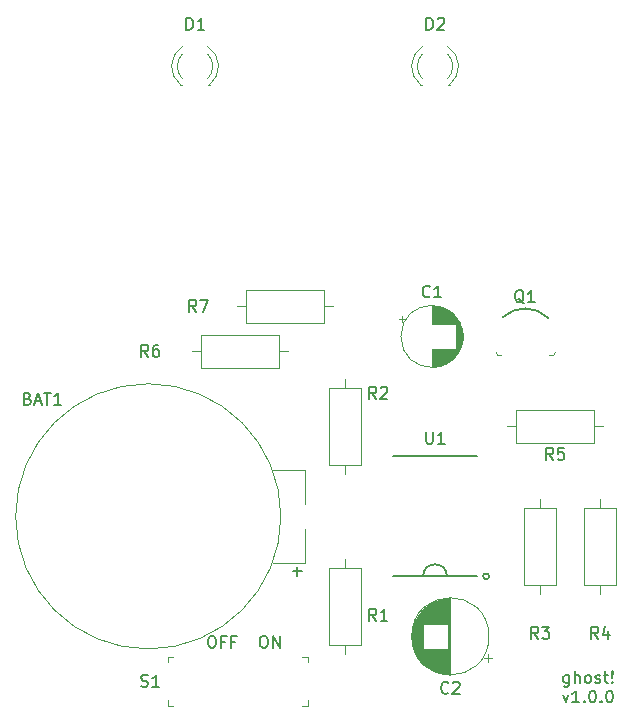
<source format=gto>
G04 #@! TF.GenerationSoftware,KiCad,Pcbnew,(5.1.5-0-10_14)*
G04 #@! TF.CreationDate,2019-12-18T22:01:42+01:00*
G04 #@! TF.ProjectId,ghost,67686f73-742e-46b6-9963-61645f706362,v1.0.0*
G04 #@! TF.SameCoordinates,Original*
G04 #@! TF.FileFunction,Legend,Top*
G04 #@! TF.FilePolarity,Positive*
%FSLAX46Y46*%
G04 Gerber Fmt 4.6, Leading zero omitted, Abs format (unit mm)*
G04 Created by KiCad (PCBNEW (5.1.5-0-10_14)) date 2019-12-18 22:01:42*
%MOMM*%
%LPD*%
G04 APERTURE LIST*
%ADD10C,0.150000*%
%ADD11C,0.100000*%
%ADD12C,0.120000*%
%ADD13C,0.203200*%
G04 APERTURE END LIST*
D10*
X175164952Y-122658714D02*
X175164952Y-123468238D01*
X175117333Y-123563476D01*
X175069714Y-123611095D01*
X174974476Y-123658714D01*
X174831619Y-123658714D01*
X174736380Y-123611095D01*
X175164952Y-123277761D02*
X175069714Y-123325380D01*
X174879238Y-123325380D01*
X174784000Y-123277761D01*
X174736380Y-123230142D01*
X174688761Y-123134904D01*
X174688761Y-122849190D01*
X174736380Y-122753952D01*
X174784000Y-122706333D01*
X174879238Y-122658714D01*
X175069714Y-122658714D01*
X175164952Y-122706333D01*
X175641142Y-123325380D02*
X175641142Y-122325380D01*
X176069714Y-123325380D02*
X176069714Y-122801571D01*
X176022095Y-122706333D01*
X175926857Y-122658714D01*
X175784000Y-122658714D01*
X175688761Y-122706333D01*
X175641142Y-122753952D01*
X176688761Y-123325380D02*
X176593523Y-123277761D01*
X176545904Y-123230142D01*
X176498285Y-123134904D01*
X176498285Y-122849190D01*
X176545904Y-122753952D01*
X176593523Y-122706333D01*
X176688761Y-122658714D01*
X176831619Y-122658714D01*
X176926857Y-122706333D01*
X176974476Y-122753952D01*
X177022095Y-122849190D01*
X177022095Y-123134904D01*
X176974476Y-123230142D01*
X176926857Y-123277761D01*
X176831619Y-123325380D01*
X176688761Y-123325380D01*
X177403047Y-123277761D02*
X177498285Y-123325380D01*
X177688761Y-123325380D01*
X177784000Y-123277761D01*
X177831619Y-123182523D01*
X177831619Y-123134904D01*
X177784000Y-123039666D01*
X177688761Y-122992047D01*
X177545904Y-122992047D01*
X177450666Y-122944428D01*
X177403047Y-122849190D01*
X177403047Y-122801571D01*
X177450666Y-122706333D01*
X177545904Y-122658714D01*
X177688761Y-122658714D01*
X177784000Y-122706333D01*
X178117333Y-122658714D02*
X178498285Y-122658714D01*
X178260190Y-122325380D02*
X178260190Y-123182523D01*
X178307809Y-123277761D01*
X178403047Y-123325380D01*
X178498285Y-123325380D01*
X178831619Y-123230142D02*
X178879238Y-123277761D01*
X178831619Y-123325380D01*
X178784000Y-123277761D01*
X178831619Y-123230142D01*
X178831619Y-123325380D01*
X178831619Y-122944428D02*
X178784000Y-122373000D01*
X178831619Y-122325380D01*
X178879238Y-122373000D01*
X178831619Y-122944428D01*
X178831619Y-122325380D01*
X174641142Y-124308714D02*
X174879238Y-124975380D01*
X175117333Y-124308714D01*
X176022095Y-124975380D02*
X175450666Y-124975380D01*
X175736380Y-124975380D02*
X175736380Y-123975380D01*
X175641142Y-124118238D01*
X175545904Y-124213476D01*
X175450666Y-124261095D01*
X176450666Y-124880142D02*
X176498285Y-124927761D01*
X176450666Y-124975380D01*
X176403047Y-124927761D01*
X176450666Y-124880142D01*
X176450666Y-124975380D01*
X177117333Y-123975380D02*
X177212571Y-123975380D01*
X177307809Y-124023000D01*
X177355428Y-124070619D01*
X177403047Y-124165857D01*
X177450666Y-124356333D01*
X177450666Y-124594428D01*
X177403047Y-124784904D01*
X177355428Y-124880142D01*
X177307809Y-124927761D01*
X177212571Y-124975380D01*
X177117333Y-124975380D01*
X177022095Y-124927761D01*
X176974476Y-124880142D01*
X176926857Y-124784904D01*
X176879238Y-124594428D01*
X176879238Y-124356333D01*
X176926857Y-124165857D01*
X176974476Y-124070619D01*
X177022095Y-124023000D01*
X177117333Y-123975380D01*
X177879238Y-124880142D02*
X177926857Y-124927761D01*
X177879238Y-124975380D01*
X177831619Y-124927761D01*
X177879238Y-124880142D01*
X177879238Y-124975380D01*
X178545904Y-123975380D02*
X178641142Y-123975380D01*
X178736380Y-124023000D01*
X178784000Y-124070619D01*
X178831619Y-124165857D01*
X178879238Y-124356333D01*
X178879238Y-124594428D01*
X178831619Y-124784904D01*
X178784000Y-124880142D01*
X178736380Y-124927761D01*
X178641142Y-124975380D01*
X178545904Y-124975380D01*
X178450666Y-124927761D01*
X178403047Y-124880142D01*
X178355428Y-124784904D01*
X178307809Y-124594428D01*
X178307809Y-124356333D01*
X178355428Y-124165857D01*
X178403047Y-124070619D01*
X178450666Y-124023000D01*
X178545904Y-123975380D01*
X144843619Y-119340380D02*
X145034095Y-119340380D01*
X145129333Y-119388000D01*
X145224571Y-119483238D01*
X145272190Y-119673714D01*
X145272190Y-120007047D01*
X145224571Y-120197523D01*
X145129333Y-120292761D01*
X145034095Y-120340380D01*
X144843619Y-120340380D01*
X144748380Y-120292761D01*
X144653142Y-120197523D01*
X144605523Y-120007047D01*
X144605523Y-119673714D01*
X144653142Y-119483238D01*
X144748380Y-119388000D01*
X144843619Y-119340380D01*
X146034095Y-119816571D02*
X145700761Y-119816571D01*
X145700761Y-120340380D02*
X145700761Y-119340380D01*
X146176952Y-119340380D01*
X146891238Y-119816571D02*
X146557904Y-119816571D01*
X146557904Y-120340380D02*
X146557904Y-119340380D01*
X147034095Y-119340380D01*
X149240952Y-119340380D02*
X149431428Y-119340380D01*
X149526666Y-119388000D01*
X149621904Y-119483238D01*
X149669523Y-119673714D01*
X149669523Y-120007047D01*
X149621904Y-120197523D01*
X149526666Y-120292761D01*
X149431428Y-120340380D01*
X149240952Y-120340380D01*
X149145714Y-120292761D01*
X149050476Y-120197523D01*
X149002857Y-120007047D01*
X149002857Y-119673714D01*
X149050476Y-119483238D01*
X149145714Y-119388000D01*
X149240952Y-119340380D01*
X150098095Y-120340380D02*
X150098095Y-119340380D01*
X150669523Y-120340380D01*
X150669523Y-119340380D01*
X151765047Y-113863428D02*
X152526952Y-113863428D01*
X152146000Y-114244380D02*
X152146000Y-113482476D01*
D11*
X152857200Y-113131600D02*
X152857200Y-110286800D01*
X152857200Y-105308400D02*
X152857200Y-108153200D01*
X150114000Y-113131600D02*
X152857200Y-113131600D01*
X150114000Y-105308400D02*
X152857200Y-105308400D01*
X150774400Y-109220000D02*
G75*
G03X150774400Y-109220000I-11226800J0D01*
G01*
D12*
X166180000Y-93980000D02*
G75*
G03X166180000Y-93980000I-2620000J0D01*
G01*
X163560000Y-95020000D02*
X163560000Y-96560000D01*
X163560000Y-91400000D02*
X163560000Y-92940000D01*
X163600000Y-95020000D02*
X163600000Y-96560000D01*
X163600000Y-91400000D02*
X163600000Y-92940000D01*
X163640000Y-91401000D02*
X163640000Y-92940000D01*
X163640000Y-95020000D02*
X163640000Y-96559000D01*
X163680000Y-91402000D02*
X163680000Y-92940000D01*
X163680000Y-95020000D02*
X163680000Y-96558000D01*
X163720000Y-91404000D02*
X163720000Y-92940000D01*
X163720000Y-95020000D02*
X163720000Y-96556000D01*
X163760000Y-91407000D02*
X163760000Y-92940000D01*
X163760000Y-95020000D02*
X163760000Y-96553000D01*
X163800000Y-91411000D02*
X163800000Y-92940000D01*
X163800000Y-95020000D02*
X163800000Y-96549000D01*
X163840000Y-91415000D02*
X163840000Y-92940000D01*
X163840000Y-95020000D02*
X163840000Y-96545000D01*
X163880000Y-91419000D02*
X163880000Y-92940000D01*
X163880000Y-95020000D02*
X163880000Y-96541000D01*
X163920000Y-91424000D02*
X163920000Y-92940000D01*
X163920000Y-95020000D02*
X163920000Y-96536000D01*
X163960000Y-91430000D02*
X163960000Y-92940000D01*
X163960000Y-95020000D02*
X163960000Y-96530000D01*
X164000000Y-91437000D02*
X164000000Y-92940000D01*
X164000000Y-95020000D02*
X164000000Y-96523000D01*
X164040000Y-91444000D02*
X164040000Y-92940000D01*
X164040000Y-95020000D02*
X164040000Y-96516000D01*
X164080000Y-91452000D02*
X164080000Y-92940000D01*
X164080000Y-95020000D02*
X164080000Y-96508000D01*
X164120000Y-91460000D02*
X164120000Y-92940000D01*
X164120000Y-95020000D02*
X164120000Y-96500000D01*
X164160000Y-91469000D02*
X164160000Y-92940000D01*
X164160000Y-95020000D02*
X164160000Y-96491000D01*
X164200000Y-91479000D02*
X164200000Y-92940000D01*
X164200000Y-95020000D02*
X164200000Y-96481000D01*
X164240000Y-91489000D02*
X164240000Y-92940000D01*
X164240000Y-95020000D02*
X164240000Y-96471000D01*
X164281000Y-91500000D02*
X164281000Y-92940000D01*
X164281000Y-95020000D02*
X164281000Y-96460000D01*
X164321000Y-91512000D02*
X164321000Y-92940000D01*
X164321000Y-95020000D02*
X164321000Y-96448000D01*
X164361000Y-91525000D02*
X164361000Y-92940000D01*
X164361000Y-95020000D02*
X164361000Y-96435000D01*
X164401000Y-91538000D02*
X164401000Y-92940000D01*
X164401000Y-95020000D02*
X164401000Y-96422000D01*
X164441000Y-91552000D02*
X164441000Y-92940000D01*
X164441000Y-95020000D02*
X164441000Y-96408000D01*
X164481000Y-91566000D02*
X164481000Y-92940000D01*
X164481000Y-95020000D02*
X164481000Y-96394000D01*
X164521000Y-91582000D02*
X164521000Y-92940000D01*
X164521000Y-95020000D02*
X164521000Y-96378000D01*
X164561000Y-91598000D02*
X164561000Y-92940000D01*
X164561000Y-95020000D02*
X164561000Y-96362000D01*
X164601000Y-91615000D02*
X164601000Y-92940000D01*
X164601000Y-95020000D02*
X164601000Y-96345000D01*
X164641000Y-91632000D02*
X164641000Y-92940000D01*
X164641000Y-95020000D02*
X164641000Y-96328000D01*
X164681000Y-91651000D02*
X164681000Y-92940000D01*
X164681000Y-95020000D02*
X164681000Y-96309000D01*
X164721000Y-91670000D02*
X164721000Y-92940000D01*
X164721000Y-95020000D02*
X164721000Y-96290000D01*
X164761000Y-91690000D02*
X164761000Y-92940000D01*
X164761000Y-95020000D02*
X164761000Y-96270000D01*
X164801000Y-91712000D02*
X164801000Y-92940000D01*
X164801000Y-95020000D02*
X164801000Y-96248000D01*
X164841000Y-91733000D02*
X164841000Y-92940000D01*
X164841000Y-95020000D02*
X164841000Y-96227000D01*
X164881000Y-91756000D02*
X164881000Y-92940000D01*
X164881000Y-95020000D02*
X164881000Y-96204000D01*
X164921000Y-91780000D02*
X164921000Y-92940000D01*
X164921000Y-95020000D02*
X164921000Y-96180000D01*
X164961000Y-91805000D02*
X164961000Y-92940000D01*
X164961000Y-95020000D02*
X164961000Y-96155000D01*
X165001000Y-91831000D02*
X165001000Y-92940000D01*
X165001000Y-95020000D02*
X165001000Y-96129000D01*
X165041000Y-91858000D02*
X165041000Y-92940000D01*
X165041000Y-95020000D02*
X165041000Y-96102000D01*
X165081000Y-91885000D02*
X165081000Y-92940000D01*
X165081000Y-95020000D02*
X165081000Y-96075000D01*
X165121000Y-91915000D02*
X165121000Y-92940000D01*
X165121000Y-95020000D02*
X165121000Y-96045000D01*
X165161000Y-91945000D02*
X165161000Y-92940000D01*
X165161000Y-95020000D02*
X165161000Y-96015000D01*
X165201000Y-91976000D02*
X165201000Y-92940000D01*
X165201000Y-95020000D02*
X165201000Y-95984000D01*
X165241000Y-92009000D02*
X165241000Y-92940000D01*
X165241000Y-95020000D02*
X165241000Y-95951000D01*
X165281000Y-92043000D02*
X165281000Y-92940000D01*
X165281000Y-95020000D02*
X165281000Y-95917000D01*
X165321000Y-92079000D02*
X165321000Y-92940000D01*
X165321000Y-95020000D02*
X165321000Y-95881000D01*
X165361000Y-92116000D02*
X165361000Y-92940000D01*
X165361000Y-95020000D02*
X165361000Y-95844000D01*
X165401000Y-92154000D02*
X165401000Y-92940000D01*
X165401000Y-95020000D02*
X165401000Y-95806000D01*
X165441000Y-92195000D02*
X165441000Y-92940000D01*
X165441000Y-95020000D02*
X165441000Y-95765000D01*
X165481000Y-92237000D02*
X165481000Y-92940000D01*
X165481000Y-95020000D02*
X165481000Y-95723000D01*
X165521000Y-92281000D02*
X165521000Y-92940000D01*
X165521000Y-95020000D02*
X165521000Y-95679000D01*
X165561000Y-92327000D02*
X165561000Y-92940000D01*
X165561000Y-95020000D02*
X165561000Y-95633000D01*
X165601000Y-92375000D02*
X165601000Y-95585000D01*
X165641000Y-92426000D02*
X165641000Y-95534000D01*
X165681000Y-92480000D02*
X165681000Y-95480000D01*
X165721000Y-92537000D02*
X165721000Y-95423000D01*
X165761000Y-92597000D02*
X165761000Y-95363000D01*
X165801000Y-92661000D02*
X165801000Y-95299000D01*
X165841000Y-92729000D02*
X165841000Y-95231000D01*
X165881000Y-92802000D02*
X165881000Y-95158000D01*
X165921000Y-92882000D02*
X165921000Y-95078000D01*
X165961000Y-92969000D02*
X165961000Y-94991000D01*
X166001000Y-93065000D02*
X166001000Y-94895000D01*
X166041000Y-93175000D02*
X166041000Y-94785000D01*
X166081000Y-93303000D02*
X166081000Y-94657000D01*
X166121000Y-93462000D02*
X166121000Y-94498000D01*
X166161000Y-93696000D02*
X166161000Y-94264000D01*
X160755225Y-92505000D02*
X161255225Y-92505000D01*
X161005225Y-92255000D02*
X161005225Y-92755000D01*
X168390000Y-119380000D02*
G75*
G03X168390000Y-119380000I-3270000J0D01*
G01*
X165120000Y-122610000D02*
X165120000Y-116150000D01*
X165080000Y-122610000D02*
X165080000Y-116150000D01*
X165040000Y-122610000D02*
X165040000Y-116150000D01*
X165000000Y-122608000D02*
X165000000Y-116152000D01*
X164960000Y-122607000D02*
X164960000Y-116153000D01*
X164920000Y-122604000D02*
X164920000Y-116156000D01*
X164880000Y-122602000D02*
X164880000Y-120420000D01*
X164880000Y-118340000D02*
X164880000Y-116158000D01*
X164840000Y-122598000D02*
X164840000Y-120420000D01*
X164840000Y-118340000D02*
X164840000Y-116162000D01*
X164800000Y-122595000D02*
X164800000Y-120420000D01*
X164800000Y-118340000D02*
X164800000Y-116165000D01*
X164760000Y-122591000D02*
X164760000Y-120420000D01*
X164760000Y-118340000D02*
X164760000Y-116169000D01*
X164720000Y-122586000D02*
X164720000Y-120420000D01*
X164720000Y-118340000D02*
X164720000Y-116174000D01*
X164680000Y-122581000D02*
X164680000Y-120420000D01*
X164680000Y-118340000D02*
X164680000Y-116179000D01*
X164640000Y-122575000D02*
X164640000Y-120420000D01*
X164640000Y-118340000D02*
X164640000Y-116185000D01*
X164600000Y-122569000D02*
X164600000Y-120420000D01*
X164600000Y-118340000D02*
X164600000Y-116191000D01*
X164560000Y-122562000D02*
X164560000Y-120420000D01*
X164560000Y-118340000D02*
X164560000Y-116198000D01*
X164520000Y-122555000D02*
X164520000Y-120420000D01*
X164520000Y-118340000D02*
X164520000Y-116205000D01*
X164480000Y-122547000D02*
X164480000Y-120420000D01*
X164480000Y-118340000D02*
X164480000Y-116213000D01*
X164440000Y-122539000D02*
X164440000Y-120420000D01*
X164440000Y-118340000D02*
X164440000Y-116221000D01*
X164399000Y-122530000D02*
X164399000Y-120420000D01*
X164399000Y-118340000D02*
X164399000Y-116230000D01*
X164359000Y-122521000D02*
X164359000Y-120420000D01*
X164359000Y-118340000D02*
X164359000Y-116239000D01*
X164319000Y-122511000D02*
X164319000Y-120420000D01*
X164319000Y-118340000D02*
X164319000Y-116249000D01*
X164279000Y-122501000D02*
X164279000Y-120420000D01*
X164279000Y-118340000D02*
X164279000Y-116259000D01*
X164239000Y-122490000D02*
X164239000Y-120420000D01*
X164239000Y-118340000D02*
X164239000Y-116270000D01*
X164199000Y-122478000D02*
X164199000Y-120420000D01*
X164199000Y-118340000D02*
X164199000Y-116282000D01*
X164159000Y-122466000D02*
X164159000Y-120420000D01*
X164159000Y-118340000D02*
X164159000Y-116294000D01*
X164119000Y-122454000D02*
X164119000Y-120420000D01*
X164119000Y-118340000D02*
X164119000Y-116306000D01*
X164079000Y-122441000D02*
X164079000Y-120420000D01*
X164079000Y-118340000D02*
X164079000Y-116319000D01*
X164039000Y-122427000D02*
X164039000Y-120420000D01*
X164039000Y-118340000D02*
X164039000Y-116333000D01*
X163999000Y-122413000D02*
X163999000Y-120420000D01*
X163999000Y-118340000D02*
X163999000Y-116347000D01*
X163959000Y-122398000D02*
X163959000Y-120420000D01*
X163959000Y-118340000D02*
X163959000Y-116362000D01*
X163919000Y-122382000D02*
X163919000Y-120420000D01*
X163919000Y-118340000D02*
X163919000Y-116378000D01*
X163879000Y-122366000D02*
X163879000Y-120420000D01*
X163879000Y-118340000D02*
X163879000Y-116394000D01*
X163839000Y-122350000D02*
X163839000Y-120420000D01*
X163839000Y-118340000D02*
X163839000Y-116410000D01*
X163799000Y-122332000D02*
X163799000Y-120420000D01*
X163799000Y-118340000D02*
X163799000Y-116428000D01*
X163759000Y-122314000D02*
X163759000Y-120420000D01*
X163759000Y-118340000D02*
X163759000Y-116446000D01*
X163719000Y-122296000D02*
X163719000Y-120420000D01*
X163719000Y-118340000D02*
X163719000Y-116464000D01*
X163679000Y-122276000D02*
X163679000Y-120420000D01*
X163679000Y-118340000D02*
X163679000Y-116484000D01*
X163639000Y-122256000D02*
X163639000Y-120420000D01*
X163639000Y-118340000D02*
X163639000Y-116504000D01*
X163599000Y-122236000D02*
X163599000Y-120420000D01*
X163599000Y-118340000D02*
X163599000Y-116524000D01*
X163559000Y-122214000D02*
X163559000Y-120420000D01*
X163559000Y-118340000D02*
X163559000Y-116546000D01*
X163519000Y-122192000D02*
X163519000Y-120420000D01*
X163519000Y-118340000D02*
X163519000Y-116568000D01*
X163479000Y-122170000D02*
X163479000Y-120420000D01*
X163479000Y-118340000D02*
X163479000Y-116590000D01*
X163439000Y-122146000D02*
X163439000Y-120420000D01*
X163439000Y-118340000D02*
X163439000Y-116614000D01*
X163399000Y-122122000D02*
X163399000Y-120420000D01*
X163399000Y-118340000D02*
X163399000Y-116638000D01*
X163359000Y-122096000D02*
X163359000Y-120420000D01*
X163359000Y-118340000D02*
X163359000Y-116664000D01*
X163319000Y-122070000D02*
X163319000Y-120420000D01*
X163319000Y-118340000D02*
X163319000Y-116690000D01*
X163279000Y-122044000D02*
X163279000Y-120420000D01*
X163279000Y-118340000D02*
X163279000Y-116716000D01*
X163239000Y-122016000D02*
X163239000Y-120420000D01*
X163239000Y-118340000D02*
X163239000Y-116744000D01*
X163199000Y-121987000D02*
X163199000Y-120420000D01*
X163199000Y-118340000D02*
X163199000Y-116773000D01*
X163159000Y-121958000D02*
X163159000Y-120420000D01*
X163159000Y-118340000D02*
X163159000Y-116802000D01*
X163119000Y-121928000D02*
X163119000Y-120420000D01*
X163119000Y-118340000D02*
X163119000Y-116832000D01*
X163079000Y-121896000D02*
X163079000Y-120420000D01*
X163079000Y-118340000D02*
X163079000Y-116864000D01*
X163039000Y-121864000D02*
X163039000Y-120420000D01*
X163039000Y-118340000D02*
X163039000Y-116896000D01*
X162999000Y-121830000D02*
X162999000Y-120420000D01*
X162999000Y-118340000D02*
X162999000Y-116930000D01*
X162959000Y-121796000D02*
X162959000Y-120420000D01*
X162959000Y-118340000D02*
X162959000Y-116964000D01*
X162919000Y-121760000D02*
X162919000Y-120420000D01*
X162919000Y-118340000D02*
X162919000Y-117000000D01*
X162879000Y-121723000D02*
X162879000Y-120420000D01*
X162879000Y-118340000D02*
X162879000Y-117037000D01*
X162839000Y-121685000D02*
X162839000Y-120420000D01*
X162839000Y-118340000D02*
X162839000Y-117075000D01*
X162799000Y-121645000D02*
X162799000Y-117115000D01*
X162759000Y-121604000D02*
X162759000Y-117156000D01*
X162719000Y-121562000D02*
X162719000Y-117198000D01*
X162679000Y-121517000D02*
X162679000Y-117243000D01*
X162639000Y-121472000D02*
X162639000Y-117288000D01*
X162599000Y-121424000D02*
X162599000Y-117336000D01*
X162559000Y-121375000D02*
X162559000Y-117385000D01*
X162519000Y-121324000D02*
X162519000Y-117436000D01*
X162479000Y-121270000D02*
X162479000Y-117490000D01*
X162439000Y-121214000D02*
X162439000Y-117546000D01*
X162399000Y-121156000D02*
X162399000Y-117604000D01*
X162359000Y-121094000D02*
X162359000Y-117666000D01*
X162319000Y-121030000D02*
X162319000Y-117730000D01*
X162279000Y-120961000D02*
X162279000Y-117799000D01*
X162239000Y-120889000D02*
X162239000Y-117871000D01*
X162199000Y-120812000D02*
X162199000Y-117948000D01*
X162159000Y-120730000D02*
X162159000Y-118030000D01*
X162119000Y-120642000D02*
X162119000Y-118118000D01*
X162079000Y-120545000D02*
X162079000Y-118215000D01*
X162039000Y-120439000D02*
X162039000Y-118321000D01*
X161999000Y-120320000D02*
X161999000Y-118440000D01*
X161959000Y-120182000D02*
X161959000Y-118578000D01*
X161919000Y-120013000D02*
X161919000Y-118747000D01*
X161879000Y-119782000D02*
X161879000Y-118978000D01*
X168620241Y-121219000D02*
X167990241Y-121219000D01*
X168305241Y-121534000D02*
X168305241Y-120904000D01*
X144590000Y-72680000D02*
X144746000Y-72680000D01*
X142274000Y-72680000D02*
X142430000Y-72680000D01*
X144589837Y-70078870D02*
G75*
G02X144590000Y-72160961I-1079837J-1041130D01*
G01*
X142430163Y-70078870D02*
G75*
G03X142430000Y-72160961I1079837J-1041130D01*
G01*
X144588608Y-69447665D02*
G75*
G02X144745516Y-72680000I-1078608J-1672335D01*
G01*
X142431392Y-69447665D02*
G75*
G03X142274484Y-72680000I1078608J-1672335D01*
G01*
X164910000Y-72680000D02*
X165066000Y-72680000D01*
X162594000Y-72680000D02*
X162750000Y-72680000D01*
X164909837Y-70078870D02*
G75*
G02X164910000Y-72160961I-1079837J-1041130D01*
G01*
X162750163Y-70078870D02*
G75*
G03X162750000Y-72160961I1079837J-1041130D01*
G01*
X164908608Y-69447665D02*
G75*
G02X165065516Y-72680000I-1078608J-1672335D01*
G01*
X162751392Y-69447665D02*
G75*
G03X162594484Y-72680000I1078608J-1672335D01*
G01*
D10*
X173400000Y-92430000D02*
G75*
G03X169550000Y-92380000I-1950000J-1900000D01*
G01*
D11*
X173800000Y-95580000D02*
X173950000Y-95280000D01*
X173800000Y-95580000D02*
X173500000Y-95580000D01*
X169400000Y-95580000D02*
X169100000Y-95580000D01*
X169100000Y-95580000D02*
X168950000Y-95280000D01*
D12*
X157580000Y-113570000D02*
X154840000Y-113570000D01*
X154840000Y-113570000D02*
X154840000Y-120110000D01*
X154840000Y-120110000D02*
X157580000Y-120110000D01*
X157580000Y-120110000D02*
X157580000Y-113570000D01*
X156210000Y-112800000D02*
X156210000Y-113570000D01*
X156210000Y-120880000D02*
X156210000Y-120110000D01*
X156210000Y-97560000D02*
X156210000Y-98330000D01*
X156210000Y-105640000D02*
X156210000Y-104870000D01*
X154840000Y-98330000D02*
X154840000Y-104870000D01*
X157580000Y-98330000D02*
X154840000Y-98330000D01*
X157580000Y-104870000D02*
X157580000Y-98330000D01*
X154840000Y-104870000D02*
X157580000Y-104870000D01*
X171350000Y-115030000D02*
X174090000Y-115030000D01*
X174090000Y-115030000D02*
X174090000Y-108490000D01*
X174090000Y-108490000D02*
X171350000Y-108490000D01*
X171350000Y-108490000D02*
X171350000Y-115030000D01*
X172720000Y-115800000D02*
X172720000Y-115030000D01*
X172720000Y-107720000D02*
X172720000Y-108490000D01*
X177800000Y-107720000D02*
X177800000Y-108490000D01*
X177800000Y-115800000D02*
X177800000Y-115030000D01*
X176430000Y-108490000D02*
X176430000Y-115030000D01*
X179170000Y-108490000D02*
X176430000Y-108490000D01*
X179170000Y-115030000D02*
X179170000Y-108490000D01*
X176430000Y-115030000D02*
X179170000Y-115030000D01*
X177260000Y-102970000D02*
X177260000Y-100230000D01*
X177260000Y-100230000D02*
X170720000Y-100230000D01*
X170720000Y-100230000D02*
X170720000Y-102970000D01*
X170720000Y-102970000D02*
X177260000Y-102970000D01*
X178030000Y-101600000D02*
X177260000Y-101600000D01*
X169950000Y-101600000D02*
X170720000Y-101600000D01*
X150590000Y-96620000D02*
X150590000Y-93880000D01*
X150590000Y-93880000D02*
X144050000Y-93880000D01*
X144050000Y-93880000D02*
X144050000Y-96620000D01*
X144050000Y-96620000D02*
X150590000Y-96620000D01*
X151360000Y-95250000D02*
X150590000Y-95250000D01*
X143280000Y-95250000D02*
X144050000Y-95250000D01*
X147090000Y-91440000D02*
X147860000Y-91440000D01*
X155170000Y-91440000D02*
X154400000Y-91440000D01*
X147860000Y-92810000D02*
X154400000Y-92810000D01*
X147860000Y-90070000D02*
X147860000Y-92810000D01*
X154400000Y-90070000D02*
X147860000Y-90070000D01*
X154400000Y-92810000D02*
X154400000Y-90070000D01*
D11*
X153080000Y-125290000D02*
X152580000Y-125290000D01*
X153080000Y-125290000D02*
X153080000Y-124790000D01*
X141180000Y-125290000D02*
X141680000Y-125290000D01*
X141180000Y-125290000D02*
X141180000Y-124790000D01*
X141180000Y-121090000D02*
X141680000Y-121090000D01*
X141180000Y-121090000D02*
X141180000Y-121590000D01*
X153080000Y-121090000D02*
X153080000Y-121590000D01*
X153080000Y-121090000D02*
X152580000Y-121090000D01*
D13*
X160274000Y-114300000D02*
X167386000Y-114300000D01*
X167386000Y-104140000D02*
X160274000Y-104140000D01*
X164846000Y-114300000D02*
G75*
G03X162814000Y-114300000I-1016000J0D01*
G01*
X168402000Y-114300000D02*
G75*
G03X168402000Y-114300000I-254000J0D01*
G01*
D10*
X129341714Y-99242571D02*
X129484571Y-99290190D01*
X129532190Y-99337809D01*
X129579809Y-99433047D01*
X129579809Y-99575904D01*
X129532190Y-99671142D01*
X129484571Y-99718761D01*
X129389333Y-99766380D01*
X129008380Y-99766380D01*
X129008380Y-98766380D01*
X129341714Y-98766380D01*
X129436952Y-98814000D01*
X129484571Y-98861619D01*
X129532190Y-98956857D01*
X129532190Y-99052095D01*
X129484571Y-99147333D01*
X129436952Y-99194952D01*
X129341714Y-99242571D01*
X129008380Y-99242571D01*
X129960761Y-99480666D02*
X130436952Y-99480666D01*
X129865523Y-99766380D02*
X130198857Y-98766380D01*
X130532190Y-99766380D01*
X130722666Y-98766380D02*
X131294095Y-98766380D01*
X131008380Y-99766380D02*
X131008380Y-98766380D01*
X132151238Y-99766380D02*
X131579809Y-99766380D01*
X131865523Y-99766380D02*
X131865523Y-98766380D01*
X131770285Y-98909238D01*
X131675047Y-99004476D01*
X131579809Y-99052095D01*
X163393333Y-90587142D02*
X163345714Y-90634761D01*
X163202857Y-90682380D01*
X163107619Y-90682380D01*
X162964761Y-90634761D01*
X162869523Y-90539523D01*
X162821904Y-90444285D01*
X162774285Y-90253809D01*
X162774285Y-90110952D01*
X162821904Y-89920476D01*
X162869523Y-89825238D01*
X162964761Y-89730000D01*
X163107619Y-89682380D01*
X163202857Y-89682380D01*
X163345714Y-89730000D01*
X163393333Y-89777619D01*
X164345714Y-90682380D02*
X163774285Y-90682380D01*
X164060000Y-90682380D02*
X164060000Y-89682380D01*
X163964761Y-89825238D01*
X163869523Y-89920476D01*
X163774285Y-89968095D01*
X164953333Y-124137142D02*
X164905714Y-124184761D01*
X164762857Y-124232380D01*
X164667619Y-124232380D01*
X164524761Y-124184761D01*
X164429523Y-124089523D01*
X164381904Y-123994285D01*
X164334285Y-123803809D01*
X164334285Y-123660952D01*
X164381904Y-123470476D01*
X164429523Y-123375238D01*
X164524761Y-123280000D01*
X164667619Y-123232380D01*
X164762857Y-123232380D01*
X164905714Y-123280000D01*
X164953333Y-123327619D01*
X165334285Y-123327619D02*
X165381904Y-123280000D01*
X165477142Y-123232380D01*
X165715238Y-123232380D01*
X165810476Y-123280000D01*
X165858095Y-123327619D01*
X165905714Y-123422857D01*
X165905714Y-123518095D01*
X165858095Y-123660952D01*
X165286666Y-124232380D01*
X165905714Y-124232380D01*
X142771904Y-68016380D02*
X142771904Y-67016380D01*
X143010000Y-67016380D01*
X143152857Y-67064000D01*
X143248095Y-67159238D01*
X143295714Y-67254476D01*
X143343333Y-67444952D01*
X143343333Y-67587809D01*
X143295714Y-67778285D01*
X143248095Y-67873523D01*
X143152857Y-67968761D01*
X143010000Y-68016380D01*
X142771904Y-68016380D01*
X144295714Y-68016380D02*
X143724285Y-68016380D01*
X144010000Y-68016380D02*
X144010000Y-67016380D01*
X143914761Y-67159238D01*
X143819523Y-67254476D01*
X143724285Y-67302095D01*
X163091904Y-68016380D02*
X163091904Y-67016380D01*
X163330000Y-67016380D01*
X163472857Y-67064000D01*
X163568095Y-67159238D01*
X163615714Y-67254476D01*
X163663333Y-67444952D01*
X163663333Y-67587809D01*
X163615714Y-67778285D01*
X163568095Y-67873523D01*
X163472857Y-67968761D01*
X163330000Y-68016380D01*
X163091904Y-68016380D01*
X164044285Y-67111619D02*
X164091904Y-67064000D01*
X164187142Y-67016380D01*
X164425238Y-67016380D01*
X164520476Y-67064000D01*
X164568095Y-67111619D01*
X164615714Y-67206857D01*
X164615714Y-67302095D01*
X164568095Y-67444952D01*
X163996666Y-68016380D01*
X164615714Y-68016380D01*
X171354761Y-91177619D02*
X171259523Y-91130000D01*
X171164285Y-91034761D01*
X171021428Y-90891904D01*
X170926190Y-90844285D01*
X170830952Y-90844285D01*
X170878571Y-91082380D02*
X170783333Y-91034761D01*
X170688095Y-90939523D01*
X170640476Y-90749047D01*
X170640476Y-90415714D01*
X170688095Y-90225238D01*
X170783333Y-90130000D01*
X170878571Y-90082380D01*
X171069047Y-90082380D01*
X171164285Y-90130000D01*
X171259523Y-90225238D01*
X171307142Y-90415714D01*
X171307142Y-90749047D01*
X171259523Y-90939523D01*
X171164285Y-91034761D01*
X171069047Y-91082380D01*
X170878571Y-91082380D01*
X172259523Y-91082380D02*
X171688095Y-91082380D01*
X171973809Y-91082380D02*
X171973809Y-90082380D01*
X171878571Y-90225238D01*
X171783333Y-90320476D01*
X171688095Y-90368095D01*
X158837333Y-118054380D02*
X158504000Y-117578190D01*
X158265904Y-118054380D02*
X158265904Y-117054380D01*
X158646857Y-117054380D01*
X158742095Y-117102000D01*
X158789714Y-117149619D01*
X158837333Y-117244857D01*
X158837333Y-117387714D01*
X158789714Y-117482952D01*
X158742095Y-117530571D01*
X158646857Y-117578190D01*
X158265904Y-117578190D01*
X159789714Y-118054380D02*
X159218285Y-118054380D01*
X159504000Y-118054380D02*
X159504000Y-117054380D01*
X159408761Y-117197238D01*
X159313523Y-117292476D01*
X159218285Y-117340095D01*
X158837333Y-99258380D02*
X158504000Y-98782190D01*
X158265904Y-99258380D02*
X158265904Y-98258380D01*
X158646857Y-98258380D01*
X158742095Y-98306000D01*
X158789714Y-98353619D01*
X158837333Y-98448857D01*
X158837333Y-98591714D01*
X158789714Y-98686952D01*
X158742095Y-98734571D01*
X158646857Y-98782190D01*
X158265904Y-98782190D01*
X159218285Y-98353619D02*
X159265904Y-98306000D01*
X159361142Y-98258380D01*
X159599238Y-98258380D01*
X159694476Y-98306000D01*
X159742095Y-98353619D01*
X159789714Y-98448857D01*
X159789714Y-98544095D01*
X159742095Y-98686952D01*
X159170666Y-99258380D01*
X159789714Y-99258380D01*
X172553333Y-119578380D02*
X172220000Y-119102190D01*
X171981904Y-119578380D02*
X171981904Y-118578380D01*
X172362857Y-118578380D01*
X172458095Y-118626000D01*
X172505714Y-118673619D01*
X172553333Y-118768857D01*
X172553333Y-118911714D01*
X172505714Y-119006952D01*
X172458095Y-119054571D01*
X172362857Y-119102190D01*
X171981904Y-119102190D01*
X172886666Y-118578380D02*
X173505714Y-118578380D01*
X173172380Y-118959333D01*
X173315238Y-118959333D01*
X173410476Y-119006952D01*
X173458095Y-119054571D01*
X173505714Y-119149809D01*
X173505714Y-119387904D01*
X173458095Y-119483142D01*
X173410476Y-119530761D01*
X173315238Y-119578380D01*
X173029523Y-119578380D01*
X172934285Y-119530761D01*
X172886666Y-119483142D01*
X177633333Y-119578380D02*
X177300000Y-119102190D01*
X177061904Y-119578380D02*
X177061904Y-118578380D01*
X177442857Y-118578380D01*
X177538095Y-118626000D01*
X177585714Y-118673619D01*
X177633333Y-118768857D01*
X177633333Y-118911714D01*
X177585714Y-119006952D01*
X177538095Y-119054571D01*
X177442857Y-119102190D01*
X177061904Y-119102190D01*
X178490476Y-118911714D02*
X178490476Y-119578380D01*
X178252380Y-118530761D02*
X178014285Y-119245047D01*
X178633333Y-119245047D01*
X173823333Y-104422380D02*
X173490000Y-103946190D01*
X173251904Y-104422380D02*
X173251904Y-103422380D01*
X173632857Y-103422380D01*
X173728095Y-103470000D01*
X173775714Y-103517619D01*
X173823333Y-103612857D01*
X173823333Y-103755714D01*
X173775714Y-103850952D01*
X173728095Y-103898571D01*
X173632857Y-103946190D01*
X173251904Y-103946190D01*
X174728095Y-103422380D02*
X174251904Y-103422380D01*
X174204285Y-103898571D01*
X174251904Y-103850952D01*
X174347142Y-103803333D01*
X174585238Y-103803333D01*
X174680476Y-103850952D01*
X174728095Y-103898571D01*
X174775714Y-103993809D01*
X174775714Y-104231904D01*
X174728095Y-104327142D01*
X174680476Y-104374761D01*
X174585238Y-104422380D01*
X174347142Y-104422380D01*
X174251904Y-104374761D01*
X174204285Y-104327142D01*
X139533333Y-95702380D02*
X139200000Y-95226190D01*
X138961904Y-95702380D02*
X138961904Y-94702380D01*
X139342857Y-94702380D01*
X139438095Y-94750000D01*
X139485714Y-94797619D01*
X139533333Y-94892857D01*
X139533333Y-95035714D01*
X139485714Y-95130952D01*
X139438095Y-95178571D01*
X139342857Y-95226190D01*
X138961904Y-95226190D01*
X140390476Y-94702380D02*
X140200000Y-94702380D01*
X140104761Y-94750000D01*
X140057142Y-94797619D01*
X139961904Y-94940476D01*
X139914285Y-95130952D01*
X139914285Y-95511904D01*
X139961904Y-95607142D01*
X140009523Y-95654761D01*
X140104761Y-95702380D01*
X140295238Y-95702380D01*
X140390476Y-95654761D01*
X140438095Y-95607142D01*
X140485714Y-95511904D01*
X140485714Y-95273809D01*
X140438095Y-95178571D01*
X140390476Y-95130952D01*
X140295238Y-95083333D01*
X140104761Y-95083333D01*
X140009523Y-95130952D01*
X139961904Y-95178571D01*
X139914285Y-95273809D01*
X143597333Y-91892380D02*
X143264000Y-91416190D01*
X143025904Y-91892380D02*
X143025904Y-90892380D01*
X143406857Y-90892380D01*
X143502095Y-90940000D01*
X143549714Y-90987619D01*
X143597333Y-91082857D01*
X143597333Y-91225714D01*
X143549714Y-91320952D01*
X143502095Y-91368571D01*
X143406857Y-91416190D01*
X143025904Y-91416190D01*
X143930666Y-90892380D02*
X144597333Y-90892380D01*
X144168761Y-91892380D01*
X138938095Y-123594761D02*
X139080952Y-123642380D01*
X139319047Y-123642380D01*
X139414285Y-123594761D01*
X139461904Y-123547142D01*
X139509523Y-123451904D01*
X139509523Y-123356666D01*
X139461904Y-123261428D01*
X139414285Y-123213809D01*
X139319047Y-123166190D01*
X139128571Y-123118571D01*
X139033333Y-123070952D01*
X138985714Y-123023333D01*
X138938095Y-122928095D01*
X138938095Y-122832857D01*
X138985714Y-122737619D01*
X139033333Y-122690000D01*
X139128571Y-122642380D01*
X139366666Y-122642380D01*
X139509523Y-122690000D01*
X140461904Y-123642380D02*
X139890476Y-123642380D01*
X140176190Y-123642380D02*
X140176190Y-122642380D01*
X140080952Y-122785238D01*
X139985714Y-122880476D01*
X139890476Y-122928095D01*
X163068095Y-102068380D02*
X163068095Y-102877904D01*
X163115714Y-102973142D01*
X163163333Y-103020761D01*
X163258571Y-103068380D01*
X163449047Y-103068380D01*
X163544285Y-103020761D01*
X163591904Y-102973142D01*
X163639523Y-102877904D01*
X163639523Y-102068380D01*
X164639523Y-103068380D02*
X164068095Y-103068380D01*
X164353809Y-103068380D02*
X164353809Y-102068380D01*
X164258571Y-102211238D01*
X164163333Y-102306476D01*
X164068095Y-102354095D01*
M02*

</source>
